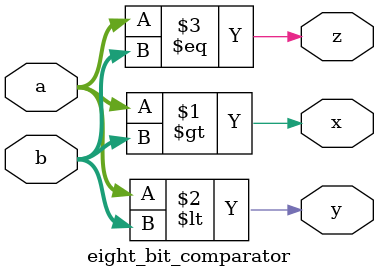
<source format=v>
module eight_bit_comparator(x,y,z,a,b);
input [7:0] a,b;
output x,y,z;

assign x= a>b;
assign y= a<b;
assign z= a==b;

endmodule


</source>
